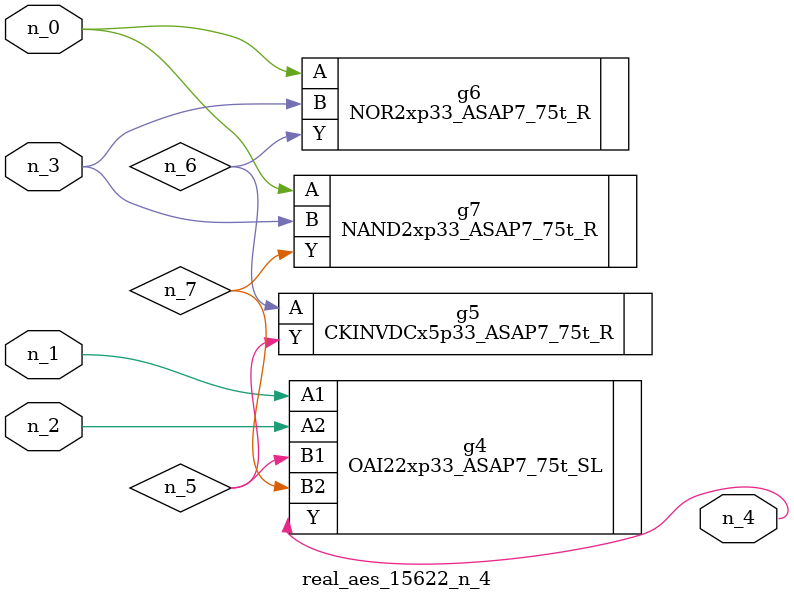
<source format=v>
module real_aes_15622_n_4 (n_0, n_3, n_2, n_1, n_4);
input n_0;
input n_3;
input n_2;
input n_1;
output n_4;
wire n_5;
wire n_7;
wire n_6;
NOR2xp33_ASAP7_75t_R g6 ( .A(n_0), .B(n_3), .Y(n_6) );
NAND2xp33_ASAP7_75t_R g7 ( .A(n_0), .B(n_3), .Y(n_7) );
OAI22xp33_ASAP7_75t_SL g4 ( .A1(n_1), .A2(n_2), .B1(n_5), .B2(n_7), .Y(n_4) );
CKINVDCx5p33_ASAP7_75t_R g5 ( .A(n_6), .Y(n_5) );
endmodule
</source>
